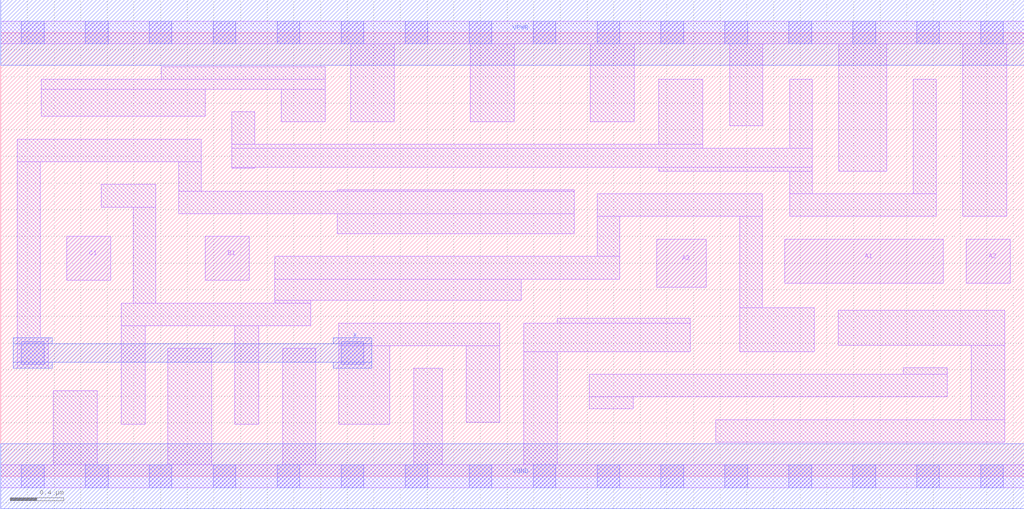
<source format=lef>
# Copyright 2020 The SkyWater PDK Authors
#
# Licensed under the Apache License, Version 2.0 (the "License");
# you may not use this file except in compliance with the License.
# You may obtain a copy of the License at
#
#     https://www.apache.org/licenses/LICENSE-2.0
#
# Unless required by applicable law or agreed to in writing, software
# distributed under the License is distributed on an "AS IS" BASIS,
# WITHOUT WARRANTIES OR CONDITIONS OF ANY KIND, either express or implied.
# See the License for the specific language governing permissions and
# limitations under the License.
#
# SPDX-License-Identifier: Apache-2.0

VERSION 5.5 ;
NAMESCASESENSITIVE ON ;
BUSBITCHARS "[]" ;
DIVIDERCHAR "/" ;
MACRO sky130_fd_sc_ls__a311o_4
  CLASS CORE ;
  SOURCE USER ;
  ORIGIN  0.000000  0.000000 ;
  SIZE  7.680000 BY  3.330000 ;
  SYMMETRY X Y ;
  SITE unit ;
  PIN A1
    ANTENNAGATEAREA  0.492000 ;
    DIRECTION INPUT ;
    USE SIGNAL ;
    PORT
      LAYER li1 ;
        RECT 5.885000 1.450000 7.075000 1.780000 ;
    END
  END A1
  PIN A2
    ANTENNAGATEAREA  0.492000 ;
    DIRECTION INPUT ;
    USE SIGNAL ;
    PORT
      LAYER li1 ;
        RECT 7.245000 1.450000 7.575000 1.780000 ;
    END
  END A2
  PIN A3
    ANTENNAGATEAREA  0.492000 ;
    DIRECTION INPUT ;
    USE SIGNAL ;
    PORT
      LAYER li1 ;
        RECT 4.925000 1.420000 5.295000 1.780000 ;
    END
  END A3
  PIN B1
    ANTENNAGATEAREA  0.492000 ;
    DIRECTION INPUT ;
    USE SIGNAL ;
    PORT
      LAYER li1 ;
        RECT 1.535000 1.470000 1.865000 1.800000 ;
    END
  END B1
  PIN C1
    ANTENNAGATEAREA  0.492000 ;
    DIRECTION INPUT ;
    USE SIGNAL ;
    PORT
      LAYER li1 ;
        RECT 0.495000 1.470000 0.825000 1.800000 ;
    END
  END C1
  PIN X
    ANTENNADIFFAREA  1.086400 ;
    ANTENNAPARTIALMETALSIDEAREA  1.869000 ;
    DIRECTION OUTPUT ;
    USE SIGNAL ;
    PORT
      LAYER met1 ;
        RECT 0.095000 0.810000 0.385000 0.855000 ;
        RECT 0.095000 0.855000 2.785000 0.995000 ;
        RECT 0.095000 0.995000 0.385000 1.040000 ;
        RECT 2.495000 0.810000 2.785000 0.855000 ;
        RECT 2.495000 0.995000 2.785000 1.040000 ;
    END
  END X
  PIN VGND
    DIRECTION INOUT ;
    SHAPE ABUTMENT ;
    USE GROUND ;
    PORT
      LAYER met1 ;
        RECT 0.000000 -0.245000 7.680000 0.245000 ;
    END
  END VGND
  PIN VPWR
    DIRECTION INOUT ;
    SHAPE ABUTMENT ;
    USE POWER ;
    PORT
      LAYER met1 ;
        RECT 0.000000 3.085000 7.680000 3.575000 ;
    END
  END VPWR
  OBS
    LAYER li1 ;
      RECT 0.000000 -0.085000 7.680000 0.085000 ;
      RECT 0.000000  3.245000 7.680000 3.415000 ;
      RECT 0.125000  0.810000 0.355000 1.040000 ;
      RECT 0.125000  1.040000 0.295000 2.360000 ;
      RECT 0.125000  2.360000 1.505000 2.530000 ;
      RECT 0.305000  2.700000 1.535000 2.905000 ;
      RECT 0.305000  2.905000 2.435000 2.980000 ;
      RECT 0.395000  0.085000 0.725000 0.640000 ;
      RECT 0.755000  2.020000 1.165000 2.190000 ;
      RECT 0.905000  0.390000 1.085000 1.130000 ;
      RECT 0.905000  1.130000 2.325000 1.300000 ;
      RECT 0.995000  1.300000 1.165000 2.020000 ;
      RECT 1.205000  2.980000 2.435000 3.075000 ;
      RECT 1.255000  0.085000 1.585000 0.960000 ;
      RECT 1.335000  1.970000 4.305000 2.140000 ;
      RECT 1.335000  2.140000 1.505000 2.360000 ;
      RECT 1.735000  2.310000 1.905000 2.320000 ;
      RECT 1.735000  2.320000 6.090000 2.460000 ;
      RECT 1.735000  2.460000 5.270000 2.490000 ;
      RECT 1.735000  2.490000 1.905000 2.735000 ;
      RECT 1.755000  0.390000 1.935000 1.130000 ;
      RECT 2.055000  1.300000 2.325000 1.320000 ;
      RECT 2.055000  1.320000 3.905000 1.480000 ;
      RECT 2.055000  1.480000 4.645000 1.650000 ;
      RECT 2.105000  2.660000 2.435000 2.905000 ;
      RECT 2.115000  0.085000 2.365000 0.960000 ;
      RECT 2.525000  1.820000 4.305000 1.970000 ;
      RECT 2.525000  2.140000 4.305000 2.150000 ;
      RECT 2.535000  0.390000 2.920000 0.980000 ;
      RECT 2.535000  0.980000 3.745000 1.150000 ;
      RECT 2.625000  2.660000 2.955000 3.245000 ;
      RECT 3.100000  0.085000 3.315000 0.810000 ;
      RECT 3.495000  0.405000 3.745000 0.980000 ;
      RECT 3.525000  2.660000 3.855000 3.245000 ;
      RECT 3.925000  0.085000 4.175000 0.935000 ;
      RECT 3.925000  0.935000 5.175000 1.150000 ;
      RECT 4.175000  1.150000 5.175000 1.185000 ;
      RECT 4.415000  0.505000 4.745000 0.595000 ;
      RECT 4.415000  0.595000 7.105000 0.765000 ;
      RECT 4.425000  2.660000 4.755000 3.245000 ;
      RECT 4.475000  1.650000 4.645000 1.950000 ;
      RECT 4.475000  1.950000 5.715000 2.120000 ;
      RECT 4.940000  2.290000 6.090000 2.320000 ;
      RECT 4.940000  2.490000 5.270000 2.980000 ;
      RECT 5.365000  0.255000 7.535000 0.425000 ;
      RECT 5.470000  2.630000 5.720000 3.245000 ;
      RECT 5.545000  0.935000 6.105000 1.265000 ;
      RECT 5.545000  1.265000 5.715000 1.950000 ;
      RECT 5.920000  1.950000 7.020000 2.120000 ;
      RECT 5.920000  2.120000 6.090000 2.290000 ;
      RECT 5.920000  2.460000 6.090000 2.980000 ;
      RECT 6.285000  0.985000 7.535000 1.245000 ;
      RECT 6.290000  2.290000 6.650000 3.245000 ;
      RECT 6.775000  0.765000 7.105000 0.815000 ;
      RECT 6.850000  2.120000 7.020000 2.980000 ;
      RECT 7.220000  1.950000 7.550000 3.245000 ;
      RECT 7.285000  0.425000 7.535000 0.985000 ;
    LAYER mcon ;
      RECT 0.155000 -0.085000 0.325000 0.085000 ;
      RECT 0.155000  0.840000 0.325000 1.010000 ;
      RECT 0.155000  3.245000 0.325000 3.415000 ;
      RECT 0.635000 -0.085000 0.805000 0.085000 ;
      RECT 0.635000  3.245000 0.805000 3.415000 ;
      RECT 1.115000 -0.085000 1.285000 0.085000 ;
      RECT 1.115000  3.245000 1.285000 3.415000 ;
      RECT 1.595000 -0.085000 1.765000 0.085000 ;
      RECT 1.595000  3.245000 1.765000 3.415000 ;
      RECT 2.075000 -0.085000 2.245000 0.085000 ;
      RECT 2.075000  3.245000 2.245000 3.415000 ;
      RECT 2.555000 -0.085000 2.725000 0.085000 ;
      RECT 2.555000  0.840000 2.725000 1.010000 ;
      RECT 2.555000  3.245000 2.725000 3.415000 ;
      RECT 3.035000 -0.085000 3.205000 0.085000 ;
      RECT 3.035000  3.245000 3.205000 3.415000 ;
      RECT 3.515000 -0.085000 3.685000 0.085000 ;
      RECT 3.515000  3.245000 3.685000 3.415000 ;
      RECT 3.995000 -0.085000 4.165000 0.085000 ;
      RECT 3.995000  3.245000 4.165000 3.415000 ;
      RECT 4.475000 -0.085000 4.645000 0.085000 ;
      RECT 4.475000  3.245000 4.645000 3.415000 ;
      RECT 4.955000 -0.085000 5.125000 0.085000 ;
      RECT 4.955000  3.245000 5.125000 3.415000 ;
      RECT 5.435000 -0.085000 5.605000 0.085000 ;
      RECT 5.435000  3.245000 5.605000 3.415000 ;
      RECT 5.915000 -0.085000 6.085000 0.085000 ;
      RECT 5.915000  3.245000 6.085000 3.415000 ;
      RECT 6.395000 -0.085000 6.565000 0.085000 ;
      RECT 6.395000  3.245000 6.565000 3.415000 ;
      RECT 6.875000 -0.085000 7.045000 0.085000 ;
      RECT 6.875000  3.245000 7.045000 3.415000 ;
      RECT 7.355000 -0.085000 7.525000 0.085000 ;
      RECT 7.355000  3.245000 7.525000 3.415000 ;
  END
END sky130_fd_sc_ls__a311o_4
END LIBRARY

</source>
